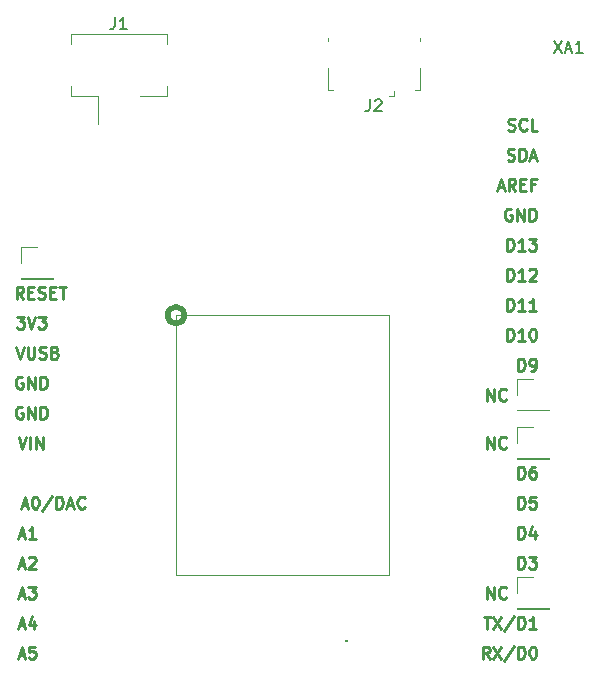
<source format=gbr>
G04 #@! TF.FileFunction,Legend,Top*
%FSLAX46Y46*%
G04 Gerber Fmt 4.6, Leading zero omitted, Abs format (unit mm)*
G04 Created by KiCad (PCBNEW 4.0.4-stable) date 07/06/18 23:02:20*
%MOMM*%
%LPD*%
G01*
G04 APERTURE LIST*
%ADD10C,0.100000*%
%ADD11C,0.250000*%
%ADD12C,0.120000*%
%ADD13C,0.500000*%
%ADD14C,0.150000*%
G04 APERTURE END LIST*
D10*
D11*
X150317143Y-151592381D02*
X149983809Y-151116190D01*
X149745714Y-151592381D02*
X149745714Y-150592381D01*
X150126667Y-150592381D01*
X150221905Y-150640000D01*
X150269524Y-150687619D01*
X150317143Y-150782857D01*
X150317143Y-150925714D01*
X150269524Y-151020952D01*
X150221905Y-151068571D01*
X150126667Y-151116190D01*
X149745714Y-151116190D01*
X150650476Y-150592381D02*
X151317143Y-151592381D01*
X151317143Y-150592381D02*
X150650476Y-151592381D01*
X152412381Y-150544762D02*
X151555238Y-151830476D01*
X152745714Y-151592381D02*
X152745714Y-150592381D01*
X152983809Y-150592381D01*
X153126667Y-150640000D01*
X153221905Y-150735238D01*
X153269524Y-150830476D01*
X153317143Y-151020952D01*
X153317143Y-151163810D01*
X153269524Y-151354286D01*
X153221905Y-151449524D01*
X153126667Y-151544762D01*
X152983809Y-151592381D01*
X152745714Y-151592381D01*
X153936190Y-150592381D02*
X154031429Y-150592381D01*
X154126667Y-150640000D01*
X154174286Y-150687619D01*
X154221905Y-150782857D01*
X154269524Y-150973333D01*
X154269524Y-151211429D01*
X154221905Y-151401905D01*
X154174286Y-151497143D01*
X154126667Y-151544762D01*
X154031429Y-151592381D01*
X153936190Y-151592381D01*
X153840952Y-151544762D01*
X153793333Y-151497143D01*
X153745714Y-151401905D01*
X153698095Y-151211429D01*
X153698095Y-150973333D01*
X153745714Y-150782857D01*
X153793333Y-150687619D01*
X153840952Y-150640000D01*
X153936190Y-150592381D01*
X149840952Y-148052381D02*
X150412381Y-148052381D01*
X150126666Y-149052381D02*
X150126666Y-148052381D01*
X150650476Y-148052381D02*
X151317143Y-149052381D01*
X151317143Y-148052381D02*
X150650476Y-149052381D01*
X152412381Y-148004762D02*
X151555238Y-149290476D01*
X152745714Y-149052381D02*
X152745714Y-148052381D01*
X152983809Y-148052381D01*
X153126667Y-148100000D01*
X153221905Y-148195238D01*
X153269524Y-148290476D01*
X153317143Y-148480952D01*
X153317143Y-148623810D01*
X153269524Y-148814286D01*
X153221905Y-148909524D01*
X153126667Y-149004762D01*
X152983809Y-149052381D01*
X152745714Y-149052381D01*
X154269524Y-149052381D02*
X153698095Y-149052381D01*
X153983809Y-149052381D02*
X153983809Y-148052381D01*
X153888571Y-148195238D01*
X153793333Y-148290476D01*
X153698095Y-148338095D01*
X152745714Y-143972381D02*
X152745714Y-142972381D01*
X152983809Y-142972381D01*
X153126667Y-143020000D01*
X153221905Y-143115238D01*
X153269524Y-143210476D01*
X153317143Y-143400952D01*
X153317143Y-143543810D01*
X153269524Y-143734286D01*
X153221905Y-143829524D01*
X153126667Y-143924762D01*
X152983809Y-143972381D01*
X152745714Y-143972381D01*
X153650476Y-142972381D02*
X154269524Y-142972381D01*
X153936190Y-143353333D01*
X154079048Y-143353333D01*
X154174286Y-143400952D01*
X154221905Y-143448571D01*
X154269524Y-143543810D01*
X154269524Y-143781905D01*
X154221905Y-143877143D01*
X154174286Y-143924762D01*
X154079048Y-143972381D01*
X153793333Y-143972381D01*
X153698095Y-143924762D01*
X153650476Y-143877143D01*
X152745714Y-141432381D02*
X152745714Y-140432381D01*
X152983809Y-140432381D01*
X153126667Y-140480000D01*
X153221905Y-140575238D01*
X153269524Y-140670476D01*
X153317143Y-140860952D01*
X153317143Y-141003810D01*
X153269524Y-141194286D01*
X153221905Y-141289524D01*
X153126667Y-141384762D01*
X152983809Y-141432381D01*
X152745714Y-141432381D01*
X154174286Y-140765714D02*
X154174286Y-141432381D01*
X153936190Y-140384762D02*
X153698095Y-141099048D01*
X154317143Y-141099048D01*
X152745714Y-138892381D02*
X152745714Y-137892381D01*
X152983809Y-137892381D01*
X153126667Y-137940000D01*
X153221905Y-138035238D01*
X153269524Y-138130476D01*
X153317143Y-138320952D01*
X153317143Y-138463810D01*
X153269524Y-138654286D01*
X153221905Y-138749524D01*
X153126667Y-138844762D01*
X152983809Y-138892381D01*
X152745714Y-138892381D01*
X154221905Y-137892381D02*
X153745714Y-137892381D01*
X153698095Y-138368571D01*
X153745714Y-138320952D01*
X153840952Y-138273333D01*
X154079048Y-138273333D01*
X154174286Y-138320952D01*
X154221905Y-138368571D01*
X154269524Y-138463810D01*
X154269524Y-138701905D01*
X154221905Y-138797143D01*
X154174286Y-138844762D01*
X154079048Y-138892381D01*
X153840952Y-138892381D01*
X153745714Y-138844762D01*
X153698095Y-138797143D01*
X152745714Y-136352381D02*
X152745714Y-135352381D01*
X152983809Y-135352381D01*
X153126667Y-135400000D01*
X153221905Y-135495238D01*
X153269524Y-135590476D01*
X153317143Y-135780952D01*
X153317143Y-135923810D01*
X153269524Y-136114286D01*
X153221905Y-136209524D01*
X153126667Y-136304762D01*
X152983809Y-136352381D01*
X152745714Y-136352381D01*
X154174286Y-135352381D02*
X153983809Y-135352381D01*
X153888571Y-135400000D01*
X153840952Y-135447619D01*
X153745714Y-135590476D01*
X153698095Y-135780952D01*
X153698095Y-136161905D01*
X153745714Y-136257143D01*
X153793333Y-136304762D01*
X153888571Y-136352381D01*
X154079048Y-136352381D01*
X154174286Y-136304762D01*
X154221905Y-136257143D01*
X154269524Y-136161905D01*
X154269524Y-135923810D01*
X154221905Y-135828571D01*
X154174286Y-135780952D01*
X154079048Y-135733333D01*
X153888571Y-135733333D01*
X153793333Y-135780952D01*
X153745714Y-135828571D01*
X153698095Y-135923810D01*
X150110476Y-146512381D02*
X150110476Y-145512381D01*
X150681905Y-146512381D01*
X150681905Y-145512381D01*
X151729524Y-146417143D02*
X151681905Y-146464762D01*
X151539048Y-146512381D01*
X151443810Y-146512381D01*
X151300952Y-146464762D01*
X151205714Y-146369524D01*
X151158095Y-146274286D01*
X151110476Y-146083810D01*
X151110476Y-145940952D01*
X151158095Y-145750476D01*
X151205714Y-145655238D01*
X151300952Y-145560000D01*
X151443810Y-145512381D01*
X151539048Y-145512381D01*
X151681905Y-145560000D01*
X151729524Y-145607619D01*
X150110476Y-133812381D02*
X150110476Y-132812381D01*
X150681905Y-133812381D01*
X150681905Y-132812381D01*
X151729524Y-133717143D02*
X151681905Y-133764762D01*
X151539048Y-133812381D01*
X151443810Y-133812381D01*
X151300952Y-133764762D01*
X151205714Y-133669524D01*
X151158095Y-133574286D01*
X151110476Y-133383810D01*
X151110476Y-133240952D01*
X151158095Y-133050476D01*
X151205714Y-132955238D01*
X151300952Y-132860000D01*
X151443810Y-132812381D01*
X151539048Y-132812381D01*
X151681905Y-132860000D01*
X151729524Y-132907619D01*
X150110476Y-129748381D02*
X150110476Y-128748381D01*
X150681905Y-129748381D01*
X150681905Y-128748381D01*
X151729524Y-129653143D02*
X151681905Y-129700762D01*
X151539048Y-129748381D01*
X151443810Y-129748381D01*
X151300952Y-129700762D01*
X151205714Y-129605524D01*
X151158095Y-129510286D01*
X151110476Y-129319810D01*
X151110476Y-129176952D01*
X151158095Y-128986476D01*
X151205714Y-128891238D01*
X151300952Y-128796000D01*
X151443810Y-128748381D01*
X151539048Y-128748381D01*
X151681905Y-128796000D01*
X151729524Y-128843619D01*
X152745714Y-127208381D02*
X152745714Y-126208381D01*
X152983809Y-126208381D01*
X153126667Y-126256000D01*
X153221905Y-126351238D01*
X153269524Y-126446476D01*
X153317143Y-126636952D01*
X153317143Y-126779810D01*
X153269524Y-126970286D01*
X153221905Y-127065524D01*
X153126667Y-127160762D01*
X152983809Y-127208381D01*
X152745714Y-127208381D01*
X153793333Y-127208381D02*
X153983809Y-127208381D01*
X154079048Y-127160762D01*
X154126667Y-127113143D01*
X154221905Y-126970286D01*
X154269524Y-126779810D01*
X154269524Y-126398857D01*
X154221905Y-126303619D01*
X154174286Y-126256000D01*
X154079048Y-126208381D01*
X153888571Y-126208381D01*
X153793333Y-126256000D01*
X153745714Y-126303619D01*
X153698095Y-126398857D01*
X153698095Y-126636952D01*
X153745714Y-126732190D01*
X153793333Y-126779810D01*
X153888571Y-126827429D01*
X154079048Y-126827429D01*
X154174286Y-126779810D01*
X154221905Y-126732190D01*
X154269524Y-126636952D01*
X151793333Y-124668381D02*
X151793333Y-123668381D01*
X152031428Y-123668381D01*
X152174286Y-123716000D01*
X152269524Y-123811238D01*
X152317143Y-123906476D01*
X152364762Y-124096952D01*
X152364762Y-124239810D01*
X152317143Y-124430286D01*
X152269524Y-124525524D01*
X152174286Y-124620762D01*
X152031428Y-124668381D01*
X151793333Y-124668381D01*
X153317143Y-124668381D02*
X152745714Y-124668381D01*
X153031428Y-124668381D02*
X153031428Y-123668381D01*
X152936190Y-123811238D01*
X152840952Y-123906476D01*
X152745714Y-123954095D01*
X153936190Y-123668381D02*
X154031429Y-123668381D01*
X154126667Y-123716000D01*
X154174286Y-123763619D01*
X154221905Y-123858857D01*
X154269524Y-124049333D01*
X154269524Y-124287429D01*
X154221905Y-124477905D01*
X154174286Y-124573143D01*
X154126667Y-124620762D01*
X154031429Y-124668381D01*
X153936190Y-124668381D01*
X153840952Y-124620762D01*
X153793333Y-124573143D01*
X153745714Y-124477905D01*
X153698095Y-124287429D01*
X153698095Y-124049333D01*
X153745714Y-123858857D01*
X153793333Y-123763619D01*
X153840952Y-123716000D01*
X153936190Y-123668381D01*
X151793333Y-122128381D02*
X151793333Y-121128381D01*
X152031428Y-121128381D01*
X152174286Y-121176000D01*
X152269524Y-121271238D01*
X152317143Y-121366476D01*
X152364762Y-121556952D01*
X152364762Y-121699810D01*
X152317143Y-121890286D01*
X152269524Y-121985524D01*
X152174286Y-122080762D01*
X152031428Y-122128381D01*
X151793333Y-122128381D01*
X153317143Y-122128381D02*
X152745714Y-122128381D01*
X153031428Y-122128381D02*
X153031428Y-121128381D01*
X152936190Y-121271238D01*
X152840952Y-121366476D01*
X152745714Y-121414095D01*
X154269524Y-122128381D02*
X153698095Y-122128381D01*
X153983809Y-122128381D02*
X153983809Y-121128381D01*
X153888571Y-121271238D01*
X153793333Y-121366476D01*
X153698095Y-121414095D01*
X151793333Y-119588381D02*
X151793333Y-118588381D01*
X152031428Y-118588381D01*
X152174286Y-118636000D01*
X152269524Y-118731238D01*
X152317143Y-118826476D01*
X152364762Y-119016952D01*
X152364762Y-119159810D01*
X152317143Y-119350286D01*
X152269524Y-119445524D01*
X152174286Y-119540762D01*
X152031428Y-119588381D01*
X151793333Y-119588381D01*
X153317143Y-119588381D02*
X152745714Y-119588381D01*
X153031428Y-119588381D02*
X153031428Y-118588381D01*
X152936190Y-118731238D01*
X152840952Y-118826476D01*
X152745714Y-118874095D01*
X153698095Y-118683619D02*
X153745714Y-118636000D01*
X153840952Y-118588381D01*
X154079048Y-118588381D01*
X154174286Y-118636000D01*
X154221905Y-118683619D01*
X154269524Y-118778857D01*
X154269524Y-118874095D01*
X154221905Y-119016952D01*
X153650476Y-119588381D01*
X154269524Y-119588381D01*
X151793333Y-117048381D02*
X151793333Y-116048381D01*
X152031428Y-116048381D01*
X152174286Y-116096000D01*
X152269524Y-116191238D01*
X152317143Y-116286476D01*
X152364762Y-116476952D01*
X152364762Y-116619810D01*
X152317143Y-116810286D01*
X152269524Y-116905524D01*
X152174286Y-117000762D01*
X152031428Y-117048381D01*
X151793333Y-117048381D01*
X153317143Y-117048381D02*
X152745714Y-117048381D01*
X153031428Y-117048381D02*
X153031428Y-116048381D01*
X152936190Y-116191238D01*
X152840952Y-116286476D01*
X152745714Y-116334095D01*
X153650476Y-116048381D02*
X154269524Y-116048381D01*
X153936190Y-116429333D01*
X154079048Y-116429333D01*
X154174286Y-116476952D01*
X154221905Y-116524571D01*
X154269524Y-116619810D01*
X154269524Y-116857905D01*
X154221905Y-116953143D01*
X154174286Y-117000762D01*
X154079048Y-117048381D01*
X153793333Y-117048381D01*
X153698095Y-117000762D01*
X153650476Y-116953143D01*
X152174286Y-113556000D02*
X152079048Y-113508381D01*
X151936191Y-113508381D01*
X151793333Y-113556000D01*
X151698095Y-113651238D01*
X151650476Y-113746476D01*
X151602857Y-113936952D01*
X151602857Y-114079810D01*
X151650476Y-114270286D01*
X151698095Y-114365524D01*
X151793333Y-114460762D01*
X151936191Y-114508381D01*
X152031429Y-114508381D01*
X152174286Y-114460762D01*
X152221905Y-114413143D01*
X152221905Y-114079810D01*
X152031429Y-114079810D01*
X152650476Y-114508381D02*
X152650476Y-113508381D01*
X153221905Y-114508381D01*
X153221905Y-113508381D01*
X153698095Y-114508381D02*
X153698095Y-113508381D01*
X153936190Y-113508381D01*
X154079048Y-113556000D01*
X154174286Y-113651238D01*
X154221905Y-113746476D01*
X154269524Y-113936952D01*
X154269524Y-114079810D01*
X154221905Y-114270286D01*
X154174286Y-114365524D01*
X154079048Y-114460762D01*
X153936190Y-114508381D01*
X153698095Y-114508381D01*
X151031428Y-111682667D02*
X151507619Y-111682667D01*
X150936190Y-111968381D02*
X151269523Y-110968381D01*
X151602857Y-111968381D01*
X152507619Y-111968381D02*
X152174285Y-111492190D01*
X151936190Y-111968381D02*
X151936190Y-110968381D01*
X152317143Y-110968381D01*
X152412381Y-111016000D01*
X152460000Y-111063619D01*
X152507619Y-111158857D01*
X152507619Y-111301714D01*
X152460000Y-111396952D01*
X152412381Y-111444571D01*
X152317143Y-111492190D01*
X151936190Y-111492190D01*
X152936190Y-111444571D02*
X153269524Y-111444571D01*
X153412381Y-111968381D02*
X152936190Y-111968381D01*
X152936190Y-110968381D01*
X153412381Y-110968381D01*
X154174286Y-111444571D02*
X153840952Y-111444571D01*
X153840952Y-111968381D02*
X153840952Y-110968381D01*
X154317143Y-110968381D01*
X151840952Y-109380762D02*
X151983809Y-109428381D01*
X152221905Y-109428381D01*
X152317143Y-109380762D01*
X152364762Y-109333143D01*
X152412381Y-109237905D01*
X152412381Y-109142667D01*
X152364762Y-109047429D01*
X152317143Y-108999810D01*
X152221905Y-108952190D01*
X152031428Y-108904571D01*
X151936190Y-108856952D01*
X151888571Y-108809333D01*
X151840952Y-108714095D01*
X151840952Y-108618857D01*
X151888571Y-108523619D01*
X151936190Y-108476000D01*
X152031428Y-108428381D01*
X152269524Y-108428381D01*
X152412381Y-108476000D01*
X152840952Y-109428381D02*
X152840952Y-108428381D01*
X153079047Y-108428381D01*
X153221905Y-108476000D01*
X153317143Y-108571238D01*
X153364762Y-108666476D01*
X153412381Y-108856952D01*
X153412381Y-108999810D01*
X153364762Y-109190286D01*
X153317143Y-109285524D01*
X153221905Y-109380762D01*
X153079047Y-109428381D01*
X152840952Y-109428381D01*
X153793333Y-109142667D02*
X154269524Y-109142667D01*
X153698095Y-109428381D02*
X154031428Y-108428381D01*
X154364762Y-109428381D01*
X151888571Y-106840762D02*
X152031428Y-106888381D01*
X152269524Y-106888381D01*
X152364762Y-106840762D01*
X152412381Y-106793143D01*
X152460000Y-106697905D01*
X152460000Y-106602667D01*
X152412381Y-106507429D01*
X152364762Y-106459810D01*
X152269524Y-106412190D01*
X152079047Y-106364571D01*
X151983809Y-106316952D01*
X151936190Y-106269333D01*
X151888571Y-106174095D01*
X151888571Y-106078857D01*
X151936190Y-105983619D01*
X151983809Y-105936000D01*
X152079047Y-105888381D01*
X152317143Y-105888381D01*
X152460000Y-105936000D01*
X153460000Y-106793143D02*
X153412381Y-106840762D01*
X153269524Y-106888381D01*
X153174286Y-106888381D01*
X153031428Y-106840762D01*
X152936190Y-106745524D01*
X152888571Y-106650286D01*
X152840952Y-106459810D01*
X152840952Y-106316952D01*
X152888571Y-106126476D01*
X152936190Y-106031238D01*
X153031428Y-105936000D01*
X153174286Y-105888381D01*
X153269524Y-105888381D01*
X153412381Y-105936000D01*
X153460000Y-105983619D01*
X154364762Y-106888381D02*
X153888571Y-106888381D01*
X153888571Y-105888381D01*
X110454476Y-151306667D02*
X110930667Y-151306667D01*
X110359238Y-151592381D02*
X110692571Y-150592381D01*
X111025905Y-151592381D01*
X111835429Y-150592381D02*
X111359238Y-150592381D01*
X111311619Y-151068571D01*
X111359238Y-151020952D01*
X111454476Y-150973333D01*
X111692572Y-150973333D01*
X111787810Y-151020952D01*
X111835429Y-151068571D01*
X111883048Y-151163810D01*
X111883048Y-151401905D01*
X111835429Y-151497143D01*
X111787810Y-151544762D01*
X111692572Y-151592381D01*
X111454476Y-151592381D01*
X111359238Y-151544762D01*
X111311619Y-151497143D01*
X110454476Y-148766667D02*
X110930667Y-148766667D01*
X110359238Y-149052381D02*
X110692571Y-148052381D01*
X111025905Y-149052381D01*
X111787810Y-148385714D02*
X111787810Y-149052381D01*
X111549714Y-148004762D02*
X111311619Y-148719048D01*
X111930667Y-148719048D01*
X110454476Y-146226667D02*
X110930667Y-146226667D01*
X110359238Y-146512381D02*
X110692571Y-145512381D01*
X111025905Y-146512381D01*
X111264000Y-145512381D02*
X111883048Y-145512381D01*
X111549714Y-145893333D01*
X111692572Y-145893333D01*
X111787810Y-145940952D01*
X111835429Y-145988571D01*
X111883048Y-146083810D01*
X111883048Y-146321905D01*
X111835429Y-146417143D01*
X111787810Y-146464762D01*
X111692572Y-146512381D01*
X111406857Y-146512381D01*
X111311619Y-146464762D01*
X111264000Y-146417143D01*
X110454476Y-143686667D02*
X110930667Y-143686667D01*
X110359238Y-143972381D02*
X110692571Y-142972381D01*
X111025905Y-143972381D01*
X111311619Y-143067619D02*
X111359238Y-143020000D01*
X111454476Y-142972381D01*
X111692572Y-142972381D01*
X111787810Y-143020000D01*
X111835429Y-143067619D01*
X111883048Y-143162857D01*
X111883048Y-143258095D01*
X111835429Y-143400952D01*
X111264000Y-143972381D01*
X111883048Y-143972381D01*
X110454476Y-141146667D02*
X110930667Y-141146667D01*
X110359238Y-141432381D02*
X110692571Y-140432381D01*
X111025905Y-141432381D01*
X111883048Y-141432381D02*
X111311619Y-141432381D01*
X111597333Y-141432381D02*
X111597333Y-140432381D01*
X111502095Y-140575238D01*
X111406857Y-140670476D01*
X111311619Y-140718095D01*
X110708476Y-138606667D02*
X111184667Y-138606667D01*
X110613238Y-138892381D02*
X110946571Y-137892381D01*
X111279905Y-138892381D01*
X111803714Y-137892381D02*
X111898953Y-137892381D01*
X111994191Y-137940000D01*
X112041810Y-137987619D01*
X112089429Y-138082857D01*
X112137048Y-138273333D01*
X112137048Y-138511429D01*
X112089429Y-138701905D01*
X112041810Y-138797143D01*
X111994191Y-138844762D01*
X111898953Y-138892381D01*
X111803714Y-138892381D01*
X111708476Y-138844762D01*
X111660857Y-138797143D01*
X111613238Y-138701905D01*
X111565619Y-138511429D01*
X111565619Y-138273333D01*
X111613238Y-138082857D01*
X111660857Y-137987619D01*
X111708476Y-137940000D01*
X111803714Y-137892381D01*
X113279905Y-137844762D02*
X112422762Y-139130476D01*
X113613238Y-138892381D02*
X113613238Y-137892381D01*
X113851333Y-137892381D01*
X113994191Y-137940000D01*
X114089429Y-138035238D01*
X114137048Y-138130476D01*
X114184667Y-138320952D01*
X114184667Y-138463810D01*
X114137048Y-138654286D01*
X114089429Y-138749524D01*
X113994191Y-138844762D01*
X113851333Y-138892381D01*
X113613238Y-138892381D01*
X114565619Y-138606667D02*
X115041810Y-138606667D01*
X114470381Y-138892381D02*
X114803714Y-137892381D01*
X115137048Y-138892381D01*
X116041810Y-138797143D02*
X115994191Y-138844762D01*
X115851334Y-138892381D01*
X115756096Y-138892381D01*
X115613238Y-138844762D01*
X115518000Y-138749524D01*
X115470381Y-138654286D01*
X115422762Y-138463810D01*
X115422762Y-138320952D01*
X115470381Y-138130476D01*
X115518000Y-138035238D01*
X115613238Y-137940000D01*
X115756096Y-137892381D01*
X115851334Y-137892381D01*
X115994191Y-137940000D01*
X116041810Y-137987619D01*
X110438762Y-132812381D02*
X110772095Y-133812381D01*
X111105429Y-132812381D01*
X111438762Y-133812381D02*
X111438762Y-132812381D01*
X111914952Y-133812381D02*
X111914952Y-132812381D01*
X112486381Y-133812381D01*
X112486381Y-132812381D01*
X110772096Y-130320000D02*
X110676858Y-130272381D01*
X110534001Y-130272381D01*
X110391143Y-130320000D01*
X110295905Y-130415238D01*
X110248286Y-130510476D01*
X110200667Y-130700952D01*
X110200667Y-130843810D01*
X110248286Y-131034286D01*
X110295905Y-131129524D01*
X110391143Y-131224762D01*
X110534001Y-131272381D01*
X110629239Y-131272381D01*
X110772096Y-131224762D01*
X110819715Y-131177143D01*
X110819715Y-130843810D01*
X110629239Y-130843810D01*
X111248286Y-131272381D02*
X111248286Y-130272381D01*
X111819715Y-131272381D01*
X111819715Y-130272381D01*
X112295905Y-131272381D02*
X112295905Y-130272381D01*
X112534000Y-130272381D01*
X112676858Y-130320000D01*
X112772096Y-130415238D01*
X112819715Y-130510476D01*
X112867334Y-130700952D01*
X112867334Y-130843810D01*
X112819715Y-131034286D01*
X112772096Y-131129524D01*
X112676858Y-131224762D01*
X112534000Y-131272381D01*
X112295905Y-131272381D01*
X110772096Y-127780000D02*
X110676858Y-127732381D01*
X110534001Y-127732381D01*
X110391143Y-127780000D01*
X110295905Y-127875238D01*
X110248286Y-127970476D01*
X110200667Y-128160952D01*
X110200667Y-128303810D01*
X110248286Y-128494286D01*
X110295905Y-128589524D01*
X110391143Y-128684762D01*
X110534001Y-128732381D01*
X110629239Y-128732381D01*
X110772096Y-128684762D01*
X110819715Y-128637143D01*
X110819715Y-128303810D01*
X110629239Y-128303810D01*
X111248286Y-128732381D02*
X111248286Y-127732381D01*
X111819715Y-128732381D01*
X111819715Y-127732381D01*
X112295905Y-128732381D02*
X112295905Y-127732381D01*
X112534000Y-127732381D01*
X112676858Y-127780000D01*
X112772096Y-127875238D01*
X112819715Y-127970476D01*
X112867334Y-128160952D01*
X112867334Y-128303810D01*
X112819715Y-128494286D01*
X112772096Y-128589524D01*
X112676858Y-128684762D01*
X112534000Y-128732381D01*
X112295905Y-128732381D01*
X110208667Y-125192381D02*
X110542000Y-126192381D01*
X110875334Y-125192381D01*
X111208667Y-125192381D02*
X111208667Y-126001905D01*
X111256286Y-126097143D01*
X111303905Y-126144762D01*
X111399143Y-126192381D01*
X111589620Y-126192381D01*
X111684858Y-126144762D01*
X111732477Y-126097143D01*
X111780096Y-126001905D01*
X111780096Y-125192381D01*
X112208667Y-126144762D02*
X112351524Y-126192381D01*
X112589620Y-126192381D01*
X112684858Y-126144762D01*
X112732477Y-126097143D01*
X112780096Y-126001905D01*
X112780096Y-125906667D01*
X112732477Y-125811429D01*
X112684858Y-125763810D01*
X112589620Y-125716190D01*
X112399143Y-125668571D01*
X112303905Y-125620952D01*
X112256286Y-125573333D01*
X112208667Y-125478095D01*
X112208667Y-125382857D01*
X112256286Y-125287619D01*
X112303905Y-125240000D01*
X112399143Y-125192381D01*
X112637239Y-125192381D01*
X112780096Y-125240000D01*
X113542001Y-125668571D02*
X113684858Y-125716190D01*
X113732477Y-125763810D01*
X113780096Y-125859048D01*
X113780096Y-126001905D01*
X113732477Y-126097143D01*
X113684858Y-126144762D01*
X113589620Y-126192381D01*
X113208667Y-126192381D01*
X113208667Y-125192381D01*
X113542001Y-125192381D01*
X113637239Y-125240000D01*
X113684858Y-125287619D01*
X113732477Y-125382857D01*
X113732477Y-125478095D01*
X113684858Y-125573333D01*
X113637239Y-125620952D01*
X113542001Y-125668571D01*
X113208667Y-125668571D01*
X110295905Y-122652381D02*
X110914953Y-122652381D01*
X110581619Y-123033333D01*
X110724477Y-123033333D01*
X110819715Y-123080952D01*
X110867334Y-123128571D01*
X110914953Y-123223810D01*
X110914953Y-123461905D01*
X110867334Y-123557143D01*
X110819715Y-123604762D01*
X110724477Y-123652381D01*
X110438762Y-123652381D01*
X110343524Y-123604762D01*
X110295905Y-123557143D01*
X111200667Y-122652381D02*
X111534000Y-123652381D01*
X111867334Y-122652381D01*
X112105429Y-122652381D02*
X112724477Y-122652381D01*
X112391143Y-123033333D01*
X112534001Y-123033333D01*
X112629239Y-123080952D01*
X112676858Y-123128571D01*
X112724477Y-123223810D01*
X112724477Y-123461905D01*
X112676858Y-123557143D01*
X112629239Y-123604762D01*
X112534001Y-123652381D01*
X112248286Y-123652381D01*
X112153048Y-123604762D01*
X112105429Y-123557143D01*
X110843619Y-121112381D02*
X110510285Y-120636190D01*
X110272190Y-121112381D02*
X110272190Y-120112381D01*
X110653143Y-120112381D01*
X110748381Y-120160000D01*
X110796000Y-120207619D01*
X110843619Y-120302857D01*
X110843619Y-120445714D01*
X110796000Y-120540952D01*
X110748381Y-120588571D01*
X110653143Y-120636190D01*
X110272190Y-120636190D01*
X111272190Y-120588571D02*
X111605524Y-120588571D01*
X111748381Y-121112381D02*
X111272190Y-121112381D01*
X111272190Y-120112381D01*
X111748381Y-120112381D01*
X112129333Y-121064762D02*
X112272190Y-121112381D01*
X112510286Y-121112381D01*
X112605524Y-121064762D01*
X112653143Y-121017143D01*
X112700762Y-120921905D01*
X112700762Y-120826667D01*
X112653143Y-120731429D01*
X112605524Y-120683810D01*
X112510286Y-120636190D01*
X112319809Y-120588571D01*
X112224571Y-120540952D01*
X112176952Y-120493333D01*
X112129333Y-120398095D01*
X112129333Y-120302857D01*
X112176952Y-120207619D01*
X112224571Y-120160000D01*
X112319809Y-120112381D01*
X112557905Y-120112381D01*
X112700762Y-120160000D01*
X113129333Y-120588571D02*
X113462667Y-120588571D01*
X113605524Y-121112381D02*
X113129333Y-121112381D01*
X113129333Y-120112381D01*
X113605524Y-120112381D01*
X113891238Y-120112381D02*
X114462667Y-120112381D01*
X114176952Y-121112381D02*
X114176952Y-120112381D01*
D12*
X114845000Y-99575000D02*
X114845000Y-98750000D01*
X114845000Y-98750000D02*
X122995000Y-98750000D01*
X122995000Y-98750000D02*
X122995000Y-99575000D01*
X114845000Y-103125000D02*
X114845000Y-103950000D01*
X114845000Y-103950000D02*
X117145000Y-103950000D01*
X122995000Y-103125000D02*
X122995000Y-103950000D01*
X122995000Y-103950000D02*
X120695000Y-103950000D01*
X117145000Y-103950000D02*
X117145000Y-106350000D01*
D13*
X124477107Y-122525000D02*
G75*
G03X124477107Y-122525000I-707107J0D01*
G01*
D10*
X123770000Y-144525000D02*
X123770000Y-122525000D01*
X141770000Y-144525000D02*
X123770000Y-144525000D01*
X141770000Y-122525000D02*
X141770000Y-144525000D01*
X123770000Y-122525000D02*
X141770000Y-122525000D01*
D12*
X144420000Y-103450000D02*
X143970000Y-103450000D01*
X144420000Y-101600000D02*
X144420000Y-103450000D01*
X136620000Y-99050000D02*
X136620000Y-99300000D01*
X144420000Y-99050000D02*
X144420000Y-99300000D01*
X136620000Y-101600000D02*
X136620000Y-103450000D01*
X136620000Y-103450000D02*
X137070000Y-103450000D01*
X142220000Y-104000000D02*
X141770000Y-104000000D01*
X142220000Y-104000000D02*
X142220000Y-103550000D01*
X152670000Y-147380000D02*
X155330000Y-147380000D01*
X152670000Y-147320000D02*
X152670000Y-147380000D01*
X155330000Y-147320000D02*
X155330000Y-147380000D01*
X152670000Y-147320000D02*
X155330000Y-147320000D01*
X152670000Y-146050000D02*
X152670000Y-144720000D01*
X152670000Y-144720000D02*
X154000000Y-144720000D01*
X152670000Y-134660000D02*
X155330000Y-134660000D01*
X152670000Y-134600000D02*
X152670000Y-134660000D01*
X155330000Y-134600000D02*
X155330000Y-134660000D01*
X152670000Y-134600000D02*
X155330000Y-134600000D01*
X152670000Y-133330000D02*
X152670000Y-132000000D01*
X152670000Y-132000000D02*
X154000000Y-132000000D01*
X152670000Y-130590000D02*
X155330000Y-130590000D01*
X152670000Y-130530000D02*
X152670000Y-130590000D01*
X155330000Y-130530000D02*
X155330000Y-130590000D01*
X152670000Y-130530000D02*
X155330000Y-130530000D01*
X152670000Y-129260000D02*
X152670000Y-127930000D01*
X152670000Y-127930000D02*
X154000000Y-127930000D01*
X110670000Y-119420000D02*
X113330000Y-119420000D01*
X110670000Y-119360000D02*
X110670000Y-119420000D01*
X113330000Y-119360000D02*
X113330000Y-119420000D01*
X110670000Y-119360000D02*
X113330000Y-119360000D01*
X110670000Y-118090000D02*
X110670000Y-116760000D01*
X110670000Y-116760000D02*
X112000000Y-116760000D01*
D14*
X118586667Y-97302381D02*
X118586667Y-98016667D01*
X118539047Y-98159524D01*
X118443809Y-98254762D01*
X118300952Y-98302381D01*
X118205714Y-98302381D01*
X119586667Y-98302381D02*
X119015238Y-98302381D01*
X119300952Y-98302381D02*
X119300952Y-97302381D01*
X119205714Y-97445238D01*
X119110476Y-97540476D01*
X119015238Y-97588095D01*
X140186667Y-104252381D02*
X140186667Y-104966667D01*
X140139047Y-105109524D01*
X140043809Y-105204762D01*
X139900952Y-105252381D01*
X139805714Y-105252381D01*
X140615238Y-104347619D02*
X140662857Y-104300000D01*
X140758095Y-104252381D01*
X140996191Y-104252381D01*
X141091429Y-104300000D01*
X141139048Y-104347619D01*
X141186667Y-104442857D01*
X141186667Y-104538095D01*
X141139048Y-104680952D01*
X140567619Y-105252381D01*
X141186667Y-105252381D01*
X155761905Y-99284381D02*
X156428572Y-100284381D01*
X156428572Y-99284381D02*
X155761905Y-100284381D01*
X156761905Y-99998667D02*
X157238096Y-99998667D01*
X156666667Y-100284381D02*
X157000000Y-99284381D01*
X157333334Y-100284381D01*
X158190477Y-100284381D02*
X157619048Y-100284381D01*
X157904762Y-100284381D02*
X157904762Y-99284381D01*
X157809524Y-99427238D01*
X157714286Y-99522476D01*
X157619048Y-99570095D01*
X138181143Y-150094000D02*
X138228762Y-150046381D01*
X138276381Y-150094000D01*
X138228762Y-150141619D01*
X138181143Y-150094000D01*
X138276381Y-150094000D01*
M02*

</source>
